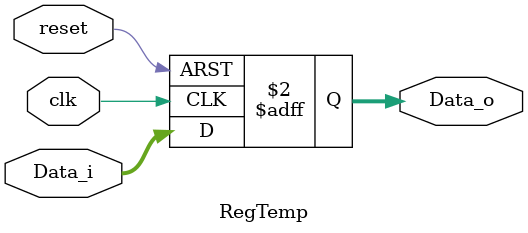
<source format=v>
`timescale 1ns / 1ps
    
//temporary register (can used for A and B in read data & others)
module RegTemp(reset, clk, Data_i, Data_o); 
    //Input Clock Signals
    input reset;
    input clk;
    //Input Data
    input [31:0] Data_i;
    //Output Data
    output reg [31:0] Data_o;
    
    always@(posedge reset or posedge clk) begin
        if (reset) begin
            Data_o <= 32'h00000000;
        end else begin
            Data_o <= Data_i;
        end
    end
endmodule

</source>
